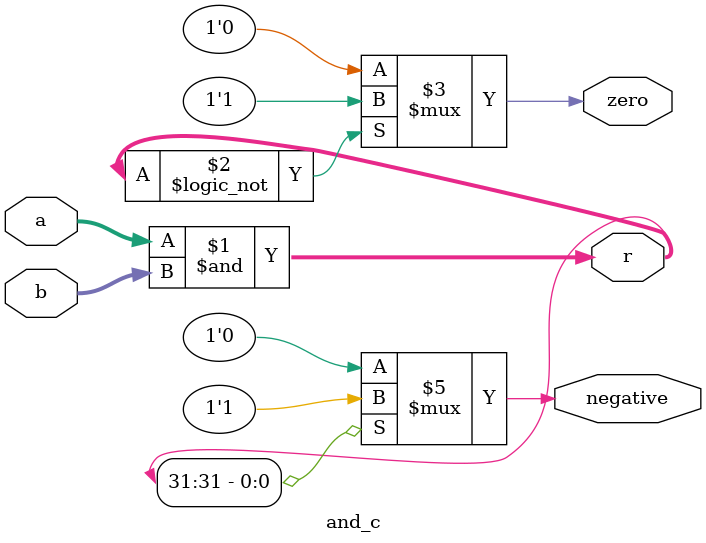
<source format=v>
`timescale 1ns / 1ps


module and_c(a,b,r,zero,negative);
    input [31:0] a;
    input [31:0] b;
    output [31:0] r;
    output zero;
    output negative;
    
    assign r=a&b;
    assign zero=(r==32'h0)?1'b1:1'b0;
    assign negative=(r[31]==1'b1)?1'b1:1'b0;
    
endmodule

</source>
